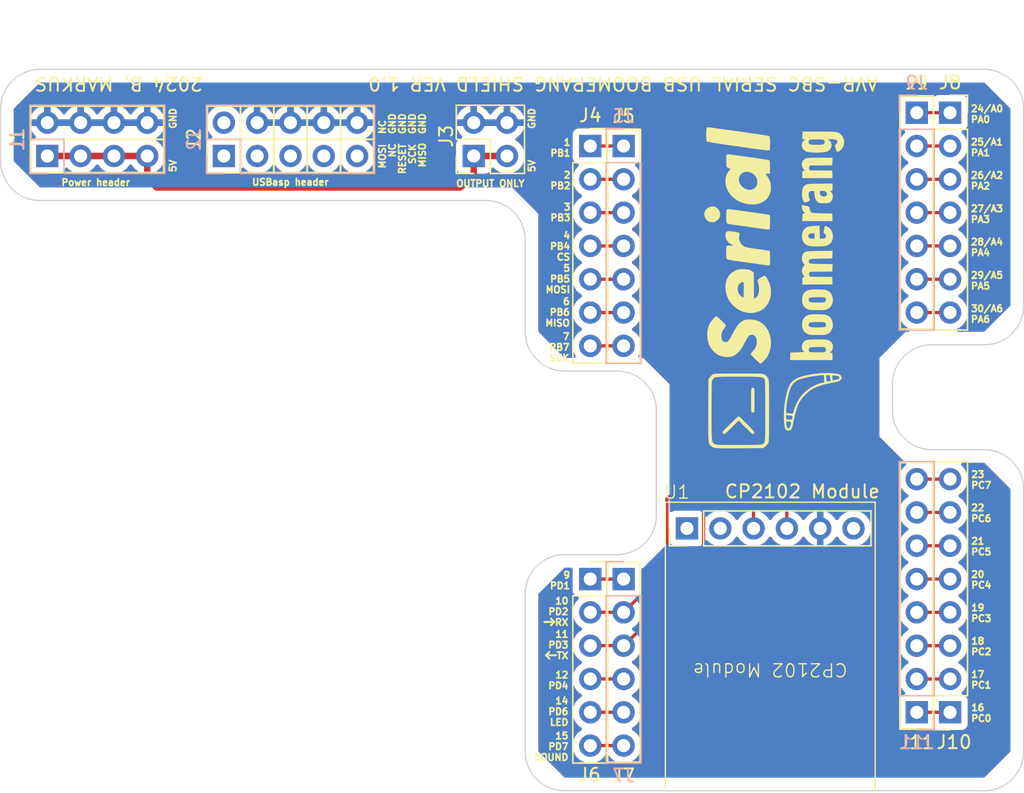
<source format=kicad_pcb>
(kicad_pcb (version 20221018) (generator pcbnew)
  (title_block (title "ATMEGA1284P Single Board Computer") (date "2024-03-07") (rev "v0.1"))
  (layers (0 "F.Cu" signal) (31 "B.Cu" signal) (34 "B.Paste" user) (35 "F.Paste" user) (36 "B.SilkS" user "B.Silkscreen") (37 "F.SilkS" user "F.Silkscreen") (38 "B.Mask" user) (39 "F.Mask" user) (44 "Edge.Cuts" user))
  (net 0 "")
  (net 2 "GND")
  (net 4 "+5V")
  (net 5 "Net-(J6-Pin_1)")
  (net 6 "Net-(J6-Pin_2)")
  (net 7 "Net-(J6-Pin_3)")
  (net 8 "Net-(J6-Pin_4)")
  (net 9 "Net-(J6-Pin_5)")
  (net 10 "Net-(J6-Pin_6)")
  (net 11 "Net-(J4-Pin_1)")
  (net 12 "Net-(J4-Pin_2)")
  (net 13 "Net-(J4-Pin_3)")
  (net 14 "Net-(J8-Pin_1)")
  (net 15 "Net-(J8-Pin_2)")
  (net 16 "Net-(J8-Pin_3)")
  (net 17 "Net-(J8-Pin_4)")
  (net 18 "Net-(J8-Pin_5)")
  (net 19 "Net-(J8-Pin_6)")
  (net 20 "Net-(J8-Pin_7)")
  (net 21 "Net-(J10-Pin_7)")
  (net 22 "Net-(J10-Pin_8)")
  (net 23 "Net-(J4-Pin_4)")
  (net 24 "Net-(J4-Pin_5)")
  (net 25 "Net-(J4-Pin_6)")
  (net 26 "Net-(J4-Pin_7)")
  (net 27 "Net-(J10-Pin_1)")
  (net 28 "Net-(J10-Pin_2)")
  (net 29 "Net-(J10-Pin_3)")
  (net 30 "Net-(J10-Pin_4)")
  (net 31 "Net-(J10-Pin_5)")
  (net 32 "Net-(J10-Pin_6)")
  (footprint "Connector_PinSocket_2.54mm:PinSocket_1x07_P2.54mm_Vertical" (layer "F.Cu") (at 88.392 3.302)
    (fp_text reference "J8" (at 0.008 -2.302) (layer "F.SilkS"))
    (fp_text value "Pin Socket A")
    (pad "1" thru_hole rect (at 0 0) (size 1.7 1.7) (drill 1) (layers "*.Cu" "*.Mask") (net 14 "Net-(J8-Pin_1)"))
    (pad "2" thru_hole oval (at 0 2.54) (size 1.7 1.7) (drill 1) (layers "*.Cu" "*.Mask") (net 15 "Net-(J8-Pin_2)"))
    (pad "3" thru_hole oval (at 0 5.08) (size 1.7 1.7) (drill 1) (layers "*.Cu" "*.Mask") (net 16 "Net-(J8-Pin_3)"))
    (pad "4" thru_hole oval (at 0 7.62) (size 1.7 1.7) (drill 1) (layers "*.Cu" "*.Mask") (net 17 "Net-(J8-Pin_4)"))
    (pad "5" thru_hole oval (at 0 10.16) (size 1.7 1.7) (drill 1) (layers "*.Cu" "*.Mask") (net 18 "Net-(J8-Pin_5)"))
    (pad "6" thru_hole oval (at 0 12.7) (size 1.7 1.7) (drill 1) (layers "*.Cu" "*.Mask") (net 19 "Net-(J8-Pin_6)"))
    (pad "7" thru_hole oval (at 0 15.24) (size 1.7 1.7) (drill 1) (layers "*.Cu" "*.Mask") (net 20 "Net-(J8-Pin_7)"))
  )
  (footprint "Connector_PinSocket_2.54mm:PinSocket_1x07_P2.54mm_Vertical" (layer "F.Cu") (at 60.96 5.842)
    (fp_text reference "J4" (at 0 -2.3368) (layer "F.SilkS"))
    (fp_text value "Pin Socket B")
    (pad "1" thru_hole rect (at 0 0) (size 1.7 1.7) (drill 1) (layers "*.Cu" "*.Mask") (net 11 "Net-(J4-Pin_1)"))
    (pad "2" thru_hole oval (at 0 2.54) (size 1.7 1.7) (drill 1) (layers "*.Cu" "*.Mask") (net 12 "Net-(J4-Pin_2)"))
    (pad "3" thru_hole oval (at 0 5.08) (size 1.7 1.7) (drill 1) (layers "*.Cu" "*.Mask") (net 13 "Net-(J4-Pin_3)"))
    (pad "4" thru_hole oval (at 0 7.62) (size 1.7 1.7) (drill 1) (layers "*.Cu" "*.Mask") (net 23 "Net-(J4-Pin_4)"))
    (pad "5" thru_hole oval (at 0 10.16) (size 1.7 1.7) (drill 1) (layers "*.Cu" "*.Mask") (net 24 "Net-(J4-Pin_5)"))
    (pad "6" thru_hole oval (at 0 12.7) (size 1.7 1.7) (drill 1) (layers "*.Cu" "*.Mask") (net 25 "Net-(J4-Pin_6)"))
    (pad "7" thru_hole oval (at 0 15.24) (size 1.7 1.7) (drill 1) (layers "*.Cu" "*.Mask") (net 26 "Net-(J4-Pin_7)"))
  )
  (footprint "Connector_PinSocket_2.54mm:PinSocket_1x06_P2.54mm_Vertical" (layer "F.Cu") (at 60.96 38.862)
    (fp_text reference "J6" (at -0.06 14.938) (layer "F.SilkS"))
    (fp_text value "Pin Socket D")
    (pad "1" thru_hole rect (at 0 0) (size 1.7 1.7) (drill 1) (layers "*.Cu" "*.Mask") (net 5 "Net-(J6-Pin_1)"))
    (pad "2" thru_hole oval (at 0 2.54) (size 1.7 1.7) (drill 1) (layers "*.Cu" "*.Mask") (net 6 "Net-(J6-Pin_2)"))
    (pad "3" thru_hole oval (at 0 5.08) (size 1.7 1.7) (drill 1) (layers "*.Cu" "*.Mask") (net 7 "Net-(J6-Pin_3)"))
    (pad "4" thru_hole oval (at 0 7.62) (size 1.7 1.7) (drill 1) (layers "*.Cu" "*.Mask") (net 8 "Net-(J6-Pin_4)"))
    (pad "5" thru_hole oval (at 0 10.16) (size 1.7 1.7) (drill 1) (layers "*.Cu" "*.Mask") (net 9 "Net-(J6-Pin_5)"))
    (pad "6" thru_hole oval (at 0 12.7) (size 1.7 1.7) (drill 1) (layers "*.Cu" "*.Mask") (net 10 "Net-(J6-Pin_6)"))
  )
  (footprint "LOGO" (layer "F.Cu") (at 74.93 16.7 90)
    (fp_text reference "" (at 0 0 90) (layer "F.SilkS") (effects (font (size 1.5 1.5) (thickness 0.3))))
    (fp_text value "LOGO" hide)
  )
  (footprint "Connector_PinSocket_2.54mm:PinSocket_1x08_P2.54mm_Vertical" (layer "F.Cu") (at 88.392 49.022 180)
    (fp_text reference "J10" (at -0.308 -2.278) (layer "F.SilkS"))
    (fp_text value "Pin Socket C")
    (pad "1" thru_hole rect (at 0 0 180) (size 1.7 1.7) (drill 1) (layers "*.Cu" "*.Mask") (net 27 "Net-(J10-Pin_1)"))
    (pad "2" thru_hole oval (at 0 2.54 180) (size 1.7 1.7) (drill 1) (layers "*.Cu" "*.Mask") (net 28 "Net-(J10-Pin_2)"))
    (pad "3" thru_hole oval (at 0 5.08 180) (size 1.7 1.7) (drill 1) (layers "*.Cu" "*.Mask") (net 29 "Net-(J10-Pin_3)"))
    (pad "4" thru_hole oval (at 0 7.62 180) (size 1.7 1.7) (drill 1) (layers "*.Cu" "*.Mask") (net 30 "Net-(J10-Pin_4)"))
    (pad "5" thru_hole oval (at 0 10.16 180) (size 1.7 1.7) (drill 1) (layers "*.Cu" "*.Mask") (net 31 "Net-(J10-Pin_5)"))
    (pad "6" thru_hole oval (at 0 12.7 180) (size 1.7 1.7) (drill 1) (layers "*.Cu" "*.Mask") (net 32 "Net-(J10-Pin_6)"))
    (pad "7" thru_hole oval (at 0 15.24 180) (size 1.7 1.7) (drill 1) (layers "*.Cu" "*.Mask") (net 21 "Net-(J10-Pin_7)"))
    (pad "8" thru_hole oval (at 0 17.78 180) (size 1.7 1.7) (drill 1) (layers "*.Cu" "*.Mask") (net 22 "Net-(J10-Pin_8)"))
  )
  (footprint "StockLib:CP2102 Serial Module" (layer "F.Cu") (at 82.683 33 180)
    (fp_text reference "U1" (at 15.135 0.7694 unlocked) (layer "F.SilkS") (effects (font (thickness 0.1))))
    (fp_text value "~")
    (fp_text user "CP2102 Module" (at 2.032 -12.192 180 unlocked) (layer "F.SilkS") (effects (font (thickness 0.1)) (justify left bottom)))
    (pad "1" thru_hole rect (at 14.351 -2 90) (size 1.7 1.7) (drill 1) (layers "*.Cu" "*.Mask"))
    (pad "2" thru_hole oval (at 11.811 -2 90) (size 1.7 1.7) (drill 1) (layers "*.Cu" "*.Mask"))
    (pad "3" thru_hole oval (at 9.271 -2 90) (size 1.7 1.7) (drill 1) (layers "*.Cu" "*.Mask") (net 7 "Net-(J6-Pin_3)"))
    (pad "4" thru_hole oval (at 6.731 -2 90) (size 1.7 1.7) (drill 1) (layers "*.Cu" "*.Mask") (net 6 "Net-(J6-Pin_2)"))
    (pad "5" thru_hole oval (at 4.191 -2 90) (size 1.7 1.7) (drill 1) (layers "*.Cu" "*.Mask") (net 2 "GND"))
    (pad "6" thru_hole oval (at 1.651 -2 90) (size 1.7 1.7) (drill 1) (layers "*.Cu" "*.Mask"))
  )
  (footprint "Connector_PinSocket_2.54mm:PinSocket_2x02_P2.54mm_Vertical" (layer "F.Cu") (at 52.07 6.604 180)
    (fp_text reference "J3" (at 2.1 1.509 90) (layer "F.SilkS"))
    (fp_text value "Power output")
    (pad "1" thru_hole rect (at 0 0 180) (size 1.7 1.7) (drill 1) (layers "*.Cu" "*.Mask") (net 4 "+5V"))
    (pad "2" thru_hole oval (at -2.54 0 180) (size 1.7 1.7) (drill 1) (layers "*.Cu" "*.Mask") (net 4 "+5V"))
    (pad "3" thru_hole oval (at 0 2.54 180) (size 1.7 1.7) (drill 1) (layers "*.Cu" "*.Mask") (net 2 "GND"))
    (pad "4" thru_hole oval (at -2.54 2.54 180) (size 1.7 1.7) (drill 1) (layers "*.Cu" "*.Mask") (net 2 "GND"))
  )
  (footprint "Connector_PinSocket_2.54mm:PinSocket_1x06_P2.54mm_Vertical" (layer "B.Cu") (at 63.5 38.862 180)
    (fp_text reference "J7" (at 0 -14.986) (layer "B.SilkS") (effects (justify mirror)))
    (fp_text value "Port D")
    (pad "1" thru_hole rect (at 0 0 180) (size 1.7 1.7) (drill 1) (layers "*.Cu" "*.Mask") (net 5 "Net-(J6-Pin_1)"))
    (pad "2" thru_hole oval (at 0 -2.54 180) (size 1.7 1.7) (drill 1) (layers "*.Cu" "*.Mask") (net 6 "Net-(J6-Pin_2)"))
    (pad "3" thru_hole oval (at 0 -5.08 180) (size 1.7 1.7) (drill 1) (layers "*.Cu" "*.Mask") (net 7 "Net-(J6-Pin_3)"))
    (pad "4" thru_hole oval (at 0 -7.62 180) (size 1.7 1.7) (drill 1) (layers "*.Cu" "*.Mask") (net 8 "Net-(J6-Pin_4)"))
    (pad "5" thru_hole oval (at 0 -10.16 180) (size 1.7 1.7) (drill 1) (layers "*.Cu" "*.Mask") (net 9 "Net-(J6-Pin_5)"))
    (pad "6" thru_hole oval (at 0 -12.7 180) (size 1.7 1.7) (drill 1) (layers "*.Cu" "*.Mask") (net 10 "Net-(J6-Pin_6)"))
  )
  (footprint "Connector_PinSocket_2.54mm:PinSocket_1x08_P2.54mm_Vertical" (layer "B.Cu") (at 85.852 49.022)
    (fp_text reference "J11" (at 0 2.286 180) (layer "B.SilkS") (effects (justify mirror)))
    (fp_text value "Port C")
    (pad "1" thru_hole rect (at 0 0) (size 1.7 1.7) (drill 1) (layers "*.Cu" "*.Mask") (net 27 "Net-(J10-Pin_1)"))
    (pad "2" thru_hole oval (at 0 -2.54) (size 1.7 1.7) (drill 1) (layers "*.Cu" "*.Mask") (net 28 "Net-(J10-Pin_2)"))
    (pad "3" thru_hole oval (at 0 -5.08) (size 1.7 1.7) (drill 1) (layers "*.Cu" "*.Mask") (net 29 "Net-(J10-Pin_3)"))
    (pad "4" thru_hole oval (at 0 -7.62) (size 1.7 1.7) (drill 1) (layers "*.Cu" "*.Mask") (net 30 "Net-(J10-Pin_4)"))
    (pad "5" thru_hole oval (at 0 -10.16) (size 1.7 1.7) (drill 1) (layers "*.Cu" "*.Mask") (net 31 "Net-(J10-Pin_5)"))
    (pad "6" thru_hole oval (at 0 -12.7) (size 1.7 1.7) (drill 1) (layers "*.Cu" "*.Mask") (net 32 "Net-(J10-Pin_6)"))
    (pad "7" thru_hole oval (at 0 -15.24) (size 1.7 1.7) (drill 1) (layers "*.Cu" "*.Mask") (net 21 "Net-(J10-Pin_7)"))
    (pad "8" thru_hole oval (at 0 -17.78) (size 1.7 1.7) (drill 1) (layers "*.Cu" "*.Mask") (net 22 "Net-(J10-Pin_8)"))
  )
  (footprint "Connector_PinSocket_2.54mm:PinSocket_1x07_P2.54mm_Vertical" (layer "B.Cu") (at 63.5 5.842 180)
    (fp_text reference "J5" (at 0 2.286) (layer "B.SilkS") (effects (justify mirror)))
    (fp_text value "Port B")
    (pad "1" thru_hole rect (at 0 0 180) (size 1.7 1.7) (drill 1) (layers "*.Cu" "*.Mask") (net 11 "Net-(J4-Pin_1)"))
    (pad "2" thru_hole oval (at 0 -2.54 180) (size 1.7 1.7) (drill 1) (layers "*.Cu" "*.Mask") (net 12 "Net-(J4-Pin_2)"))
    (pad "3" thru_hole oval (at 0 -5.08 180) (size 1.7 1.7) (drill 1) (layers "*.Cu" "*.Mask") (net 13 "Net-(J4-Pin_3)"))
    (pad "4" thru_hole oval (at 0 -7.62 180) (size 1.7 1.7) (drill 1) (layers "*.Cu" "*.Mask") (net 23 "Net-(J4-Pin_4)"))
    (pad "5" thru_hole oval (at 0 -10.16 180) (size 1.7 1.7) (drill 1) (layers "*.Cu" "*.Mask") (net 24 "Net-(J4-Pin_5)"))
    (pad "6" thru_hole oval (at 0 -12.7 180) (size 1.7 1.7) (drill 1) (layers "*.Cu" "*.Mask") (net 25 "Net-(J4-Pin_6)"))
    (pad "7" thru_hole oval (at 0 -15.24 180) (size 1.7 1.7) (drill 1) (layers "*.Cu" "*.Mask") (net 26 "Net-(J4-Pin_7)"))
  )
  (footprint "Connector_PinSocket_2.54mm:PinSocket_2x04_P2.54mm_Vertical" (layer "B.Cu") (at 19.558 6.604 -90)
    (fp_text reference "J1" (at -1.27 2.286 90) (layer "B.SilkS") (effects (justify mirror)))
    (fp_text value "Power connector to board")
    (pad "1" thru_hole rect (at 0 0 270) (size 1.7 1.7) (drill 1) (layers "*.Cu" "*.Mask") (net 4 "+5V"))
    (pad "2" thru_hole oval (at -2.54 0 270) (size 1.7 1.7) (drill 1) (layers "*.Cu" "*.Mask") (net 2 "GND"))
    (pad "3" thru_hole oval (at 0 -2.54 270) (size 1.7 1.7) (drill 1) (layers "*.Cu" "*.Mask") (net 4 "+5V"))
    (pad "4" thru_hole oval (at -2.54 -2.54 270) (size 1.7 1.7) (drill 1) (layers "*.Cu" "*.Mask") (net 2 "GND"))
    (pad "5" thru_hole oval (at 0 -5.08 270) (size 1.7 1.7) (drill 1) (layers "*.Cu" "*.Mask") (net 4 "+5V"))
    (pad "6" thru_hole oval (at -2.54 -5.08 270) (size 1.7 1.7) (drill 1) (layers "*.Cu" "*.Mask") (net 2 "GND"))
    (pad "7" thru_hole oval (at 0 -7.62 270) (size 1.7 1.7) (drill 1) (layers "*.Cu" "*.Mask") (net 4 "+5V"))
    (pad "8" thru_hole oval (at -2.54 -7.62 270) (size 1.7 1.7) (drill 1) (layers "*.Cu" "*.Mask") (net 2 "GND"))
  )
  (footprint "Connector_PinSocket_2.54mm:PinSocket_1x07_P2.54mm_Vertical" (layer "B.Cu") (at 85.852 3.302 180)
    (fp_text reference "J9" (at 0 2.286) (layer "B.SilkS") (effects (justify mirror)))
    (fp_text value "Port A")
    (pad "1" thru_hole rect (at 0 0 180) (size 1.7 1.7) (drill 1) (layers "*.Cu" "*.Mask") (net 14 "Net-(J8-Pin_1)"))
    (pad "2" thru_hole oval (at 0 -2.54 180) (size 1.7 1.7) (drill 1) (layers "*.Cu" "*.Mask") (net 15 "Net-(J8-Pin_2)"))
    (pad "3" thru_hole oval (at 0 -5.08 180) (size 1.7 1.7) (drill 1) (layers "*.Cu" "*.Mask") (net 16 "Net-(J8-Pin_3)"))
    (pad "4" thru_hole oval (at 0 -7.62 180) (size 1.7 1.7) (drill 1) (layers "*.Cu" "*.Mask") (net 17 "Net-(J8-Pin_4)"))
    (pad "5" thru_hole oval (at 0 -10.16 180) (size 1.7 1.7) (drill 1) (layers "*.Cu" "*.Mask") (net 18 "Net-(J8-Pin_5)"))
    (pad "6" thru_hole oval (at 0 -12.7 180) (size 1.7 1.7) (drill 1) (layers "*.Cu" "*.Mask") (net 19 "Net-(J8-Pin_6)"))
    (pad "7" thru_hole oval (at 0 -15.24 180) (size 1.7 1.7) (drill 1) (layers "*.Cu" "*.Mask") (net 20 "Net-(J8-Pin_7)"))
  )
  (footprint "Connector_PinSocket_2.54mm:PinSocket_2x05_P2.54mm_Vertical" (layer "B.Cu") (at 33.02 6.604 -90)
    (fp_text reference "J2" (at -1.27 2.286 90) (layer "B.SilkS") (effects (justify mirror)))
    (fp_text value "USBasp connector to board")
    (pad "1" thru_hole rect (at 0 0 270) (size 1.7 1.7) (drill 1) (layers "*.Cu" "*.Mask"))
    (pad "2" thru_hole oval (at -2.54 0 270) (size 1.7 1.7) (drill 1) (layers "*.Cu" "*.Mask"))
    (pad "3" thru_hole oval (at 0 -2.54 270) (size 1.7 1.7) (drill 1) (layers "*.Cu" "*.Mask"))
    (pad "4" thru_hole oval (at -2.54 -2.54 270) (size 1.7 1.7) (drill 1) (layers "*.Cu" "*.Mask") (net 2 "GND"))
    (pad "5" thru_hole oval (at 0 -5.08 270) (size 1.7 1.7) (drill 1) (layers "*.Cu" "*.Mask"))
    (pad "6" thru_hole oval (at -2.54 -5.08 270) (size 1.7 1.7) (drill 1) (layers "*.Cu" "*.Mask") (net 2 "GND"))
    (pad "7" thru_hole oval (at 0 -7.62 270) (size 1.7 1.7) (drill 1) (layers "*.Cu" "*.Mask"))
    (pad "8" thru_hole oval (at -2.54 -7.62 270) (size 1.7 1.7) (drill 1) (layers "*.Cu" "*.Mask") (net 2 "GND"))
    (pad "9" thru_hole oval (at 0 -10.16 270) (size 1.7 1.7) (drill 1) (layers "*.Cu" "*.Mask"))
    (pad "10" thru_hole oval (at -2.54 -10.16 270) (size 1.7 1.7) (drill 1) (layers "*.Cu" "*.Mask") (net 2 "GND"))
  )
  (gr_rect (start 18.288 2.794) (end 28.448 7.874) (stroke (width 0.15)) (fill none) (layer "F.SilkS"))
  (gr_line (start 34.29 2.794) (end 34.29 7.874) (stroke (width 0.15)) (layer "F.SilkS"))
  (gr_rect (start 84.582 2.032) (end 87.122 19.812) (stroke (width 0.15)) (fill none) (layer "F.SilkS"))
  (gr_rect (start 84.582 29.972) (end 87.122 50.292) (stroke (width 0.15)) (fill none) (layer "F.SilkS"))
  (gr_line (start 58.3418 44.6728) (end 57.5798 44.6728) (stroke (width 0.15)) (layer "F.SilkS"))
  (gr_line (start 57.8338 44.9268) (end 57.5798 44.6728) (stroke (width 0.15)) (layer "F.SilkS"))
  (gr_rect (start 62.23 4.572) (end 64.77 22.352) (stroke (width 0.15)) (fill none) (layer "F.SilkS"))
  (gr_line (start 39.37 2.794) (end 39.37 7.874) (stroke (width 0.15)) (layer "F.SilkS"))
  (gr_line (start 28.448 5.334) (end 18.288 5.334) (stroke (width 0.15)) (layer "F.SilkS"))
  (gr_rect (start 62.23 37.592) (end 64.77 52.832) (stroke (width 0.15)) (fill none) (layer "F.SilkS"))
  (gr_line (start 57.5798 44.6728) (end 57.8338 44.4188) (stroke (width 0.15)) (layer "F.SilkS"))
  (gr_rect (start 31.75 2.794) (end 44.45 7.874) (stroke (width 0.15)) (fill none) (layer "F.SilkS"))
  (gr_line (start 57.9608 41.8788) (end 58.2148 42.1328) (stroke (width 0.15)) (layer "F.SilkS"))
  (gr_line (start 36.83 2.794) (end 36.83 7.874) (stroke (width 0.15)) (layer "F.SilkS"))
  (gr_line (start 58.2148 42.1328) (end 57.9608 42.3868) (stroke (width 0.15)) (layer "F.SilkS"))
  (gr_line (start 31.75 5.334) (end 44.45 5.334) (stroke (width 0.15)) (layer "F.SilkS"))
  (gr_line (start 41.91 2.794) (end 41.91 7.874) (stroke (width 0.15)) (layer "F.SilkS"))
  (gr_line (start 57.4528 42.1328) (end 58.2148 42.1328) (stroke (width 0.15)) (layer "F.SilkS"))
  (gr_line (start 53.000001 9.999999) (end 18.999999 10.000001) (stroke (width 0.1)) (layer "Edge.Cuts"))
  (gr_line (start 63 37) (end 59 37) (stroke (width 0.1)) (layer "Edge.Cuts"))
  (gr_line (start 94.000001 31.999999) (end 94.000001 52.000001) (stroke (width 0.1)) (layer "Edge.Cuts"))
  (gr_arc (start 53.000001 9.999999) (mid 55.121321 10.878679) (end 56.000001 12.999999) (stroke (width 0.1)) (layer "Edge.Cuts"))
  (gr_arc (start 18.999999 10.000001) (mid 16.878679 9.121321) (end 15.999999 7.000001) (stroke (width 0.1)) (layer "Edge.Cuts"))
  (gr_arc (start 91.000001 -0.000001) (mid 93.121321 0.878679) (end 94.000001 2.999999) (stroke (width 0.1)) (layer "Edge.Cuts"))
  (gr_arc (start 66 34) (mid 65.12132 36.12132) (end 63 37) (stroke (width 0.1)) (layer "Edge.Cuts"))
  (gr_arc (start 84 24) (mid 84.87868 21.87868) (end 87 21) (stroke (width 0.1)) (layer "Edge.Cuts"))
  (gr_arc (start 86.999999 29.000001) (mid 84.878679 28.121321) (end 83.999999 26.000001) (stroke (width 0.1)) (layer "Edge.Cuts"))
  (gr_arc (start 58.999999 23.000001) (mid 56.878679 22.121321) (end 55.999999 20.000001) (stroke (width 0.1)) (layer "Edge.Cuts"))
  (gr_arc (start 58.999999 55.000001) (mid 56.878679 54.121321) (end 55.999999 52.000001) (stroke (width 0.1)) (layer "Edge.Cuts"))
  (gr_arc (start 94.000001 52.000001) (mid 93.121321 54.121321) (end 91.000001 55.000001) (stroke (width 0.1)) (layer "Edge.Cuts"))
  (gr_line (start 56 20) (end 56.000001 12.999999) (stroke (width 0.1)) (layer "Edge.Cuts"))
  (gr_line (start 15.999999 7.000001) (end 16 3) (stroke (width 0.1)) (layer "Edge.Cuts"))
  (gr_arc (start 16 3) (mid 16.87868 0.87868) (end 19 0) (stroke (width 0.1)) (layer "Edge.Cuts"))
  (gr_line (start 94.000001 18.000001) (end 94.000001 2.999999) (stroke (width 0.1)) (layer "Edge.Cuts"))
  (gr_line (start 91.000001 -0.000001) (end 19 0) (stroke (width 0.1)) (layer "Edge.Cuts"))
  (gr_line (start 91.000001 28.999999) (end 86.999999 29.000001) (stroke (width 0.1)) (layer "Edge.Cuts"))
  (gr_arc (start 56 40) (mid 56.87868 37.87868) (end 59 37) (stroke (width 0.1)) (layer "Edge.Cuts"))
  (gr_line (start 63.000001 22.999999) (end 58.999999 23.000001) (stroke (width 0.1)) (layer "Edge.Cuts"))
  (gr_arc (start 91.000001 28.999999) (mid 93.121321 29.878679) (end 94.000001 31.999999) (stroke (width 0.1)) (layer "Edge.Cuts"))
  (gr_arc (start 94.000001 18.000001) (mid 93.121321 20.121321) (end 91.000001 21.000001) (stroke (width 0.1)) (layer "Edge.Cuts"))
  (gr_arc (start 63.000001 22.999999) (mid 65.121321 23.878679) (end 66.000001 25.999999) (stroke (width 0.1)) (layer "Edge.Cuts"))
  (gr_line (start 91.000002 55) (end 59 55) (stroke (width 0.1)) (layer "Edge.Cuts"))
  (gr_line (start 55.999999 52.000001) (end 56 40) (stroke (width 0.1)) (layer "Edge.Cuts"))
  (gr_line (start 83.999999 26.000001) (end 84 24) (stroke (width 0.1)) (layer "Edge.Cuts"))
  (gr_line (start 87 21) (end 91.000001 21.000001) (stroke (width 0.1)) (layer "Edge.Cuts"))
  (gr_line (start 66.000001 25.999999) (end 66 34) (stroke (width 0.1)) (layer "Edge.Cuts"))
  (gr_text "2\nPB2" (at 59.5156 9.1694) (layer "F.SilkS") (effects (font (size 0.508 0.508) (thickness 0.127)) (justify right bottom)))
  (gr_text "GND" (at 48.448 5 90) (layer "F.SilkS") (effects (font (size 0.508 0.508) (thickness 0.127)) (justify left bottom)))
  (gr_text "NC" (at 45.4 5 90) (layer "F.SilkS") (effects (font (size 0.508 0.508) (thickness 0.127)) (justify left bottom)))
  (gr_text "27/A3\nPA3" (at 89.914 11.734) (layer "F.SilkS") (effects (font (size 0.508 0.508) (thickness 0.127)) (justify left bottom)))
  (gr_text "MOSI" (at 45.4 7.6212 90) (layer "F.SilkS") (effects (font (size 0.508 0.508) (thickness 0.127)) (justify left bottom)))
  (gr_text "GND" (at 46.924 5 90) (layer "F.SilkS") (effects (font (size 0.508 0.508) (thickness 0.127)) (justify left bottom)))
  (gr_text "J1" (at 17.272 5.334 90) (layer "F.SilkS") (effects (font (size 1 1))))
  (gr_text "J11" (at 85.852 51.308) (layer "F.SilkS") (effects (font (size 1 1))))
  (gr_text "26/A2\nPA2" (at 89.914 9.194) (layer "F.SilkS") (effects (font (size 0.508 0.508) (thickness 0.127)) (justify left bottom)))
  (gr_text "15\nPD7\nSOUND" (at 59.3578 52.75) (layer "F.SilkS") (effects (font (size 0.508 0.508) (thickness 0.127)) (justify right bottom)))
  (gr_text "GND" (at 29.432 4.5966 90) (layer "F.SilkS") (effects (font (size 0.508 0.508) (thickness 0.127)) (justify left bottom)))
  (gr_text "USBasp header" (at 35.102 8.895) (layer "F.SilkS") (effects (font (size 0.508 0.508) (thickness 0.127)) (justify left bottom)))
  (gr_text "GND" (at 56.8 4.6 90) (layer "F.SilkS") (effects (font (size 0.508 0.508) (thickness 0.127)) (justify left bottom)))
  (gr_text "30/A6\nPA6" (at 89.914 19.354) (layer "F.SilkS") (effects (font (size 0.508 0.508) (thickness 0.127)) (justify left bottom)))
  (gr_text "NC" (at 46.162 6.778 90) (layer "F.SilkS") (effects (font (size 0.508 0.508) (thickness 0.127)) (justify left bottom)))
  (gr_text "2024 B. MARKUS" (at 31.5 0.5 180) (layer "F.SilkS") (effects (font (size 1 1)) (justify left bottom)))
  (gr_text "16\nPC0" (at 89.9394 49.7832) (layer "F.SilkS") (effects (font (size 0.508 0.508) (thickness 0.127)) (justify left bottom)))
  (gr_text "J7" (at 63.5 53.848) (layer "F.SilkS") (effects (font (size 1 1))))
  (gr_text "11\nPD3\nTX" (at 59.3578 45.003) (layer "F.SilkS") (effects (font (size 0.508 0.508) (thickness 0.127)) (justify right bottom)))
  (gr_text "3\nPB3" (at 59.5156 11.6078) (layer "F.SilkS") (effects (font (size 0.508 0.508) (thickness 0.127)) (justify right bottom)))
  (gr_text "25/A1\nPA1" (at 89.914 6.654) (layer "F.SilkS") (effects (font (size 0.508 0.508) (thickness 0.127)) (justify left bottom)))
  (gr_text "OUTPUT ONLY" (at 50.67 8.995) (layer "F.SilkS") (effects (font (size 0.508 0.508) (thickness 0.127)) (justify left bottom)))
  (gr_text "RESET" (at 46.924 8.048 90) (layer "F.SilkS") (effects (font (size 0.508 0.508) (thickness 0.127)) (justify left bottom)))
  (gr_text "12\nPD4" (at 59.3578 47.289) (layer "F.SilkS") (effects (font (size 0.508 0.508) (thickness 0.127)) (justify right bottom)))
  (gr_text "23\nPC7" (at 89.9394 32.0032) (layer "F.SilkS") (effects (font (size 0.508 0.508) (thickness 0.127)) (justify left bottom)))
  (gr_text "4\nPB4\nCS" (at 59.4902 14.605) (layer "F.SilkS") (effects (font (size 0.508 0.508) (thickness 0.127)) (justify right bottom)))
  (gr_text "J9" (at 85.852 1.016) (layer "F.SilkS") (effects (font (size 1 1))))
  (gr_text "21\nPC5" (at 89.9394 37.0832) (layer "F.SilkS") (effects (font (size 0.508 0.508) (thickness 0.127)) (justify left bottom)))
  (gr_text "19\nPC3" (at 89.9394 42.1632) (layer "F.SilkS") (effects (font (size 0.508 0.508) (thickness 0.127)) (justify left bottom)))
  (gr_text "24/A0\nPA0" (at 89.914 4.114) (layer "F.SilkS") (effects (font (size 0.508 0.508) (thickness 0.127)) (justify left bottom)))
  (gr_text "17\nPC1" (at 89.9394 47.2432) (layer "F.SilkS") (effects (font (size 0.508 0.508) (thickness 0.127)) (justify left bottom)))
  (gr_text "9\nPD1" (at 59.4848 39.669) (layer "F.SilkS") (effects (font (size 0.508 0.508) (thickness 0.127)) (justify right bottom)))
  (gr_text "6\nPB6\nMISO" (at 59.4648 19.6342) (layer "F.SilkS") (effects (font (size 0.508 0.508) (thickness 0.127)) (justify right bottom)))
  (gr_text "J2" (at 30.734 5.334 90) (layer "F.SilkS") (effects (font (size 1 1))))
  (gr_text "1\nPB1" (at 59.5156 6.6802) (layer "F.SilkS") (effects (font (size 0.508 0.508) (thickness 0.127)) (justify right bottom)))
  (gr_text "29/A5\nPA5" (at 89.914 16.814) (layer "F.SilkS") (effects (font (size 0.508 0.508) (thickness 0.127)) (justify left bottom)))
  (gr_text "MISO" (at 48.448 7.54 90) (layer "F.SilkS") (effects (font (size 0.508 0.508) (thickness 0.127)) (justify left bottom)))
  (gr_text "7\nPB7\nSCK" (at 59.4394 22.3012) (layer "F.SilkS") (effects (font (size 0.508 0.508) (thickness 0.127)) (justify right bottom)))
  (gr_text "28/A4\nPA4" (at 89.914 14.274) (layer "F.SilkS") (effects (font (size 0.508 0.508) (thickness 0.127)) (justify left bottom)))
  (gr_text "18\nPC2" (at 89.9394 44.7032) (layer "F.SilkS") (effects (font (size 0.508 0.508) (thickness 0.127)) (justify left bottom)))
  (gr_text "SCK" (at 47.686 7.286 90) (layer "F.SilkS") (effects (font (size 0.508 0.508) (thickness 0.127)) (justify left bottom)))
  (gr_text "Power header" (at 20.564 8.9146) (layer "F.SilkS") (effects (font (size 0.508 0.508) (thickness 0.127)) (justify left bottom)))
  (gr_text "22\nPC6" (at 89.9394 34.5432) (layer "F.SilkS") (effects (font (size 0.508 0.508) (thickness 0.127)) (justify left bottom)))
  (gr_text "20\nPC4" (at 89.9394 39.6232) (layer "F.SilkS") (effects (font (size 0.508 0.508) (thickness 0.127)) (justify left bottom)))
  (gr_text "CP2102 Module" (at 71.118 32.766) (layer "F.SilkS") (effects (font (size 1 1)) (justify left bottom)))
  (gr_text "5V" (at 56.8 7.902 90) (layer "F.SilkS") (effects (font (size 0.508 0.508) (thickness 0.127)) (justify left bottom)))
  (gr_text "14\nPD6\nLED" (at 59.3578 50.083) (layer "F.SilkS") (effects (font (size 0.508 0.508) (thickness 0.127)) (justify right bottom)))
  (gr_text "10\nPD2\nRX" (at 59.3578 42.463) (layer "F.SilkS") (effects (font (size 0.508 0.508) (thickness 0.127)) (justify right bottom)))
  (gr_text "GND" (at 47.686 5 90) (layer "F.SilkS") (effects (font (size 0.508 0.508) (thickness 0.127)) (justify left bottom)))
  (gr_text "AVR-SBC SERIAL USB BOOMERANG SHIELD VER 1.0" (at 83 0.5 180) (layer "F.SilkS") (effects (font (size 1 1)) (justify left bottom)))
  (gr_text "5V" (at 29.432 7.8986 90) (layer "F.SilkS") (effects (font (size 0.508 0.508) (thickness 0.127)) (justify left bottom)))
  (gr_text "GND" (at 46.162 5 90) (layer "F.SilkS") (effects (font (size 0.508 0.508) (thickness 0.127)) (justify left bottom)))
  (gr_text "5\nPB5\nMOSI" (at 59.4902 17.0942) (layer "F.SilkS") (effects (font (size 0.508 0.508) (thickness 0.127)) (justify right bottom)))
  (gr_text "J5" (at 63.5 3.556) (layer "F.SilkS") (effects (font (size 1 1))))
  (segment (start 52.07 6.604) (end 54.61 6.604) (width 0.5) (layer "F.Cu") (net 4))
  (segment (start 27.178 8.28) (end 27.898 9) (width 0.5) (layer "F.Cu") (net 4))
  (segment (start 27.178 6.604) (end 27.178 8.28) (width 0.5) (layer "F.Cu") (net 4))
  (segment (start 19.588 6.604) (end 27.178 6.604) (width 0.5) (layer "F.Cu") (net 4))
  (segment (start 27.898 9) (end 51 9) (width 0.5) (layer "F.Cu") (net 4))
  (segment (start 51.07 8.995) (end 52.07 7.995) (width 0.5) (layer "F.Cu") (net 4))
  (segment (start 52.07 7.995) (end 52.07 6.604) (width 0.5) (layer "F.Cu") (net 4))
  (segment (start 63.52 38.862) (end 60.98 38.862) (width 0.25) (layer "F.Cu") (net 5))
  (segment (start 66.802 38.1) (end 63.5058 41.3962) (width 0.25) (layer "F.Cu") (net 6))
  (segment (start 76.12 34.965) (end 75.946 34.791) (width 0.25) (layer "F.Cu") (net 6))
  (segment (start 74.6755 31.496) (end 68.071 31.496) (width 0.25) (layer "F.Cu") (net 6))
  (segment (start 63.5058 41.3962) (end 60.98 41.3962) (width 0.25) (layer "F.Cu") (net 6))
  (segment (start 66.8 32.767) (end 66.8 38.098) (width 0.25) (layer "F.Cu") (net 6))
  (segment (start 66.8 38.098) (end 66.802 38.1) (width 0.25) (layer "F.Cu") (net 6))
  (segment (start 75.946 32.7665) (end 74.6755 31.496) (width 0.25) (layer "F.Cu") (net 6))
  (segment (start 75.946 34.791) (end 75.946 32.7665) (width 0.25) (layer "F.Cu") (net 6))
  (segment (start 68.071 31.496) (end 66.8 32.767) (width 0.25) (layer "F.Cu") (net 6))
  (segment (start 69.596 37.866) (end 69.596 32.766) (width 0.25) (layer "F.Cu") (net 7))
  (segment (start 73.406 34.791) (end 73.58 34.965) (width 0.25) (layer "F.Cu") (net 7))
  (segment (start 60.98 43.9362) (end 63.5142 43.9362) (width 0.25) (layer "F.Cu") (net 7))
  (segment (start 70.358 32.004) (end 72.643 32.004) (width 0.25) (layer "F.Cu") (net 7))
  (segment (start 73.406 32.767) (end 73.406 34.791) (width 0.25) (layer "F.Cu") (net 7))
  (segment (start 63.5142 43.9362) (end 63.52 43.942) (width 0.25) (layer "F.Cu") (net 7))
  (segment (start 63.52 43.942) (end 69.596 37.866) (width 0.25) (layer "F.Cu") (net 7))
  (segment (start 69.596 32.766) (end 70.358 32.004) (width 0.25) (layer "F.Cu") (net 7))
  (segment (start 72.643 32.004) (end 73.406 32.767) (width 0.25) (layer "F.Cu") (net 7))
  (segment (start 63.5142 46.4762) (end 60.98 46.4762) (width 0.25) (layer "F.Cu") (net 8))
  (segment (start 63.52 46.482) (end 63.5142 46.4762) (width 0.25) (layer "F.Cu") (net 8))
  (segment (start 63.5142 49.0162) (end 60.98 49.0162) (width 0.25) (layer "F.Cu") (net 9))
  (segment (start 63.52 49.022) (end 63.5142 49.0162) (width 0.25) (layer "F.Cu") (net 9))
  (segment (start 63.5142 51.5562) (end 60.98 51.5562) (width 0.25) (layer "F.Cu") (net 10))
  (segment (start 63.52 51.562) (end 63.5142 51.5562) (width 0.25) (layer "F.Cu") (net 10))
  (segment (start 60.96 5.8412) (end 62.1369 5.8412) (width 0.25) (layer "F.Cu") (net 11))
  (segment (start 63.5 5.842) (end 62.1377 5.842) (width 0.25) (layer "F.Cu") (net 11))
  (segment (start 62.1377 5.842) (end 62.1369 5.8412) (width 0.25) (layer "F.Cu") (net 11))
  (segment (start 60.96 8.3812) (end 62.1369 8.3812) (width 0.25) (layer "F.Cu") (net 12))
  (segment (start 62.1377 8.382) (end 62.1369 8.3812) (width 0.25) (layer "F.Cu") (net 12))
  (segment (start 63.5 8.382) (end 62.1377 8.382) (width 0.25) (layer "F.Cu") (net 12))
  (segment (start 63.5 10.922) (end 62.1377 10.922) (width 0.25) (layer "F.Cu") (net 13))
  (segment (start 60.96 10.9212) (end 62.1369 10.9212) (width 0.25) (layer "F.Cu") (net 13))
  (segment (start 62.1377 10.922) (end 62.1369 10.9212) (width 0.25) (layer "F.Cu") (net 13))
  (segment (start 85.852 3.302) (end 88.392 3.302) (width 0.25) (layer "F.Cu") (net 14))
  (segment (start 85.852 5.842) (end 88.392 5.842) (width 0.25) (layer "F.Cu") (net 15))
  (segment (start 85.852 8.382) (end 88.392 8.382) (width 0.25) (layer "F.Cu") (net 16))
  (segment (start 85.852 10.922) (end 88.392 10.922) (width 0.25) (layer "F.Cu") (net 17))
  (segment (start 85.852 13.462) (end 88.392 13.462) (width 0.25) (layer "F.Cu") (net 18))
  (segment (start 85.852 16.002) (end 88.392 16.002) (width 0.25) (layer "F.Cu") (net 19))
  (segment (start 85.852 18.542) (end 88.392 18.542) (width 0.25) (layer "F.Cu") (net 20))
  (segment (start 88.392 33.782) (end 85.852 33.782) (width 0.25) (layer "F.Cu") (net 21))
  (segment (start 88.392 31.242) (end 85.852 31.242) (width 0.25) (layer "F.Cu") (net 22))
  (segment (start 62.1377 13.462) (end 62.1369 13.4612) (width 0.25) (layer "F.Cu") (net 23))
  (segment (start 60.96 13.4612) (end 62.1369 13.4612) (width 0.25) (layer "F.Cu") (net 23))
  (segment (start 63.5 13.462) (end 62.1377 13.462) (width 0.25) (layer "F.Cu") (net 23))
  (segment (start 63.5 16.002) (end 62.1377 16.002) (width 0.25) (layer "F.Cu") (net 24))
  (segment (start 62.1377 16.002) (end 62.1369 16.0012) (width 0.25) (layer "F.Cu") (net 24))
  (segment (start 60.96 16.0012) (end 62.1369 16.0012) (width 0.25) (layer "F.Cu") (net 24))
  (segment (start 62.1377 18.542) (end 62.1369 18.5412) (width 0.25) (layer "F.Cu") (net 25))
  (segment (start 60.96 18.5412) (end 62.1369 18.5412) (width 0.25) (layer "F.Cu") (net 25))
  (segment (start 63.5 18.542) (end 62.1377 18.542) (width 0.25) (layer "F.Cu") (net 25))
  (segment (start 60.96 21.0812) (end 62.1369 21.0812) (width 0.25) (layer "F.Cu") (net 26))
  (segment (start 63.5 21.082) (end 62.1377 21.082) (width 0.25) (layer "F.Cu") (net 26))
  (segment (start 62.1377 21.082) (end 62.1369 21.0812) (width 0.25) (layer "F.Cu") (net 26))
  (segment (start 88.392 49.022) (end 85.852 49.022) (width 0.25) (layer "F.Cu") (net 27))
  (segment (start 88.392 46.482) (end 85.852 46.482) (width 0.25) (layer "F.Cu") (net 28))
  (segment (start 88.392 43.942) (end 85.852 43.942) (width 0.25) (layer "F.Cu") (net 29))
  (segment (start 88.392 41.402) (end 85.852 41.402) (width 0.25) (layer "F.Cu") (net 30))
  (segment (start 88.392 38.862) (end 85.852 38.862) (width 0.25) (layer "F.Cu") (net 31))
  (segment (start 88.392 36.322) (end 85.852 36.322) (width 0.25) (layer "F.Cu") (net 32))
  (zone (net 2) (net_name "GND") (layers "F&B.Cu") (connect_pads (clearance 0.5)) (min_thickness 0.25) (fill yes (thermal_gap 0.5) (thermal_bridge_width 0.5))
    (polygon (pts (xy 55 9) (xy 19 9) (xy 17 7) (xy 17 3) (xy 19 1) (xy 91 1) (xy 93 3) (xy 93 18) (xy 91 20) (xy 85 20) (xy 83 22) (xy 83 28) (xy 85 30) (xy 91 30) (xy 93 32) (xy 93 52) (xy 91 54) (xy 59 54) (xy 57 52) (xy 57 40) (xy 59 38) (xy 65 38) (xy 67 36) (xy 67 24) (xy 65 22) (xy 59 22) (xy 57 20) (xy 57 11)))
  )
)
</source>
